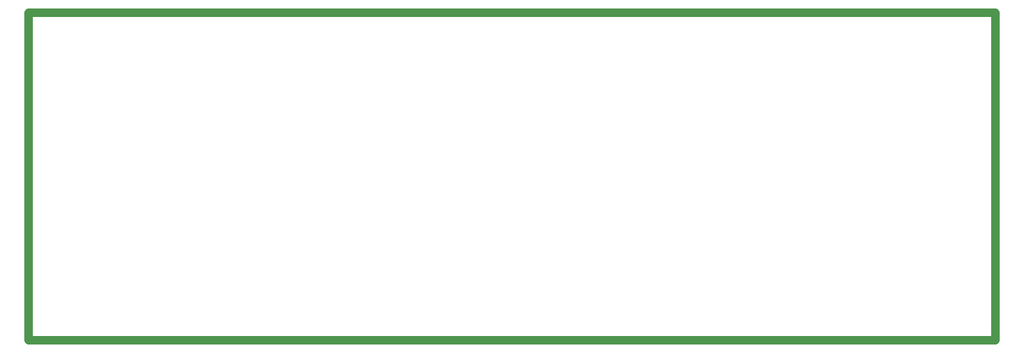
<source format=gm1>
G04*
G04 #@! TF.GenerationSoftware,Altium Limited,Altium Designer,21.8.1 (53)*
G04*
G04 Layer_Color=16711935*
%FSLAX44Y44*%
%MOMM*%
G71*
G04*
G04 #@! TF.SameCoordinates,F20226F6-1504-4F19-8167-BFA24F29C99C*
G04*
G04*
G04 #@! TF.FilePolarity,Positive*
G04*
G01*
G75*
%ADD35C,1.2000*%
D35*
X0Y0D02*
Y457200D01*
X1346200D01*
Y0D02*
Y457200D01*
X0Y0D02*
X1346200D01*
M02*

</source>
